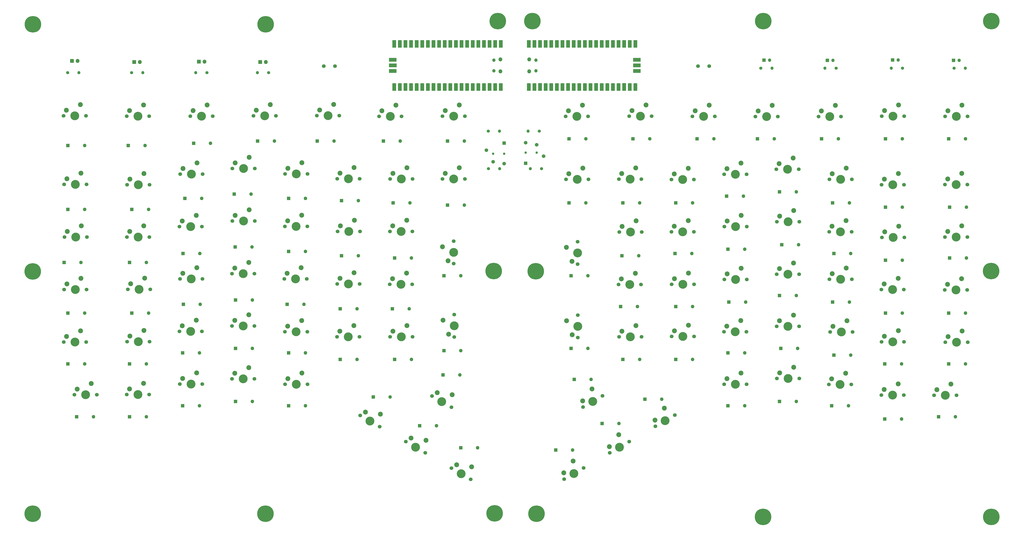
<source format=gbr>
%TF.GenerationSoftware,KiCad,Pcbnew,6.0.10-86aedd382b~118~ubuntu22.04.1*%
%TF.CreationDate,2023-01-15T06:45:34+01:00*%
%TF.ProjectId,Europe-ergo,4575726f-7065-42d6-9572-676f2e6b6963,rev?*%
%TF.SameCoordinates,Original*%
%TF.FileFunction,Soldermask,Bot*%
%TF.FilePolarity,Negative*%
%FSLAX46Y46*%
G04 Gerber Fmt 4.6, Leading zero omitted, Abs format (unit mm)*
G04 Created by KiCad (PCBNEW 6.0.10-86aedd382b~118~ubuntu22.04.1) date 2023-01-15 06:45:34*
%MOMM*%
%LPD*%
G01*
G04 APERTURE LIST*
%ADD10R,1.600000X1.600000*%
%ADD11O,1.600000X1.600000*%
%ADD12C,7.500000*%
%ADD13C,1.700000*%
%ADD14C,4.000000*%
%ADD15C,2.200000*%
%ADD16R,1.500000X1.500000*%
%ADD17O,1.500000X1.500000*%
%ADD18C,1.400000*%
%ADD19O,1.400000X1.400000*%
%ADD20R,1.800000X1.800000*%
%ADD21O,1.800000X1.800000*%
%ADD22C,1.100000*%
%ADD23R,1.650000X1.650000*%
%ADD24C,1.650000*%
%ADD25O,1.700000X1.700000*%
%ADD26R,1.700000X3.500000*%
%ADD27R,1.700000X1.700000*%
%ADD28R,3.500000X1.700000*%
G04 APERTURE END LIST*
D10*
%TO.C,D23*%
X431000000Y-181000000D03*
D11*
X438620000Y-181000000D03*
%TD*%
D10*
%TO.C,D91*%
X136000000Y-212000000D03*
D11*
X143620000Y-212000000D03*
%TD*%
D10*
%TO.C,D61*%
X267380000Y-216000000D03*
D11*
X275000000Y-216000000D03*
%TD*%
D12*
%TO.C,H15*%
X302750000Y-32600000D03*
%TD*%
D10*
%TO.C,D90*%
X165000000Y-88000000D03*
D11*
X172620000Y-88000000D03*
%TD*%
D10*
%TO.C,D79*%
X183380000Y-111000000D03*
D11*
X191000000Y-111000000D03*
%TD*%
D13*
%TO.C,SW43*%
X338900000Y-142780000D03*
D14*
X338900000Y-137700000D03*
D13*
X338900000Y-132620000D03*
D15*
X333820000Y-135160000D03*
X336360000Y-141510000D03*
%TD*%
D14*
%TO.C,SW89*%
X140000000Y-177900000D03*
D13*
X145080000Y-177900000D03*
X134920000Y-177900000D03*
D15*
X142540000Y-172820000D03*
X136190000Y-175360000D03*
%TD*%
D14*
%TO.C,SW3*%
X510380000Y-130540000D03*
D13*
X505300000Y-130540000D03*
X515460000Y-130540000D03*
D15*
X512920000Y-125460000D03*
X506570000Y-128000000D03*
%TD*%
D10*
%TO.C,D44*%
X350000000Y-215000000D03*
D11*
X357620000Y-215000000D03*
%TD*%
D10*
%TO.C,D47*%
X329000000Y-227000000D03*
D11*
X336620000Y-227000000D03*
%TD*%
D12*
%TO.C,H3*%
X526300000Y-32600000D03*
%TD*%
D16*
%TO.C,D51*%
X509180000Y-50440000D03*
D17*
X511720000Y-50440000D03*
%TD*%
D13*
%TO.C,SW21*%
X439360000Y-123540000D03*
D14*
X434280000Y-123540000D03*
D13*
X429200000Y-123540000D03*
D15*
X436820000Y-118460000D03*
X430470000Y-121000000D03*
%TD*%
D13*
%TO.C,SW28*%
X415360000Y-173440000D03*
D14*
X410280000Y-173440000D03*
D13*
X405200000Y-173440000D03*
D15*
X412820000Y-168360000D03*
X406470000Y-170900000D03*
%TD*%
D10*
%TO.C,D26*%
X407000000Y-136000000D03*
D11*
X414620000Y-136000000D03*
%TD*%
D10*
%TO.C,D95*%
X136000000Y-188000000D03*
D11*
X143620000Y-188000000D03*
%TD*%
D13*
%TO.C,SW80*%
X158720000Y-197100000D03*
X168880000Y-197100000D03*
D14*
X163800000Y-197100000D03*
D15*
X166340000Y-192020000D03*
X159990000Y-194560000D03*
%TD*%
D10*
%TO.C,D43*%
X336000000Y-148000000D03*
D11*
X343620000Y-148000000D03*
%TD*%
D13*
%TO.C,SW5*%
X505200000Y-154440000D03*
X515360000Y-154440000D03*
D14*
X510280000Y-154440000D03*
D15*
X512820000Y-149360000D03*
X506470000Y-151900000D03*
%TD*%
D18*
%TO.C,R10*%
X136920000Y-56000000D03*
D19*
X142000000Y-56000000D03*
%TD*%
D14*
%TO.C,SW9*%
X481880000Y-130640000D03*
D13*
X486960000Y-130640000D03*
X476800000Y-130640000D03*
D15*
X484420000Y-125560000D03*
X478070000Y-128100000D03*
%TD*%
D12*
%TO.C,H11*%
X92100000Y-255900000D03*
%TD*%
D13*
%TO.C,SW35*%
X382919405Y-211220009D03*
X374120586Y-216300009D03*
D14*
X378519995Y-213760009D03*
D15*
X378179700Y-208090600D03*
X373950439Y-213465305D03*
%TD*%
D14*
%TO.C,SW34*%
X386580000Y-175540000D03*
D13*
X381500000Y-175540000D03*
X391660000Y-175540000D03*
D15*
X389120000Y-170460000D03*
X382770000Y-173000000D03*
%TD*%
D12*
%TO.C,H9*%
X92200000Y-34100000D03*
%TD*%
D18*
%TO.C,R11*%
X298460000Y-82500000D03*
D19*
X303540000Y-82500000D03*
%TD*%
D14*
%TO.C,SW53*%
X282820000Y-137460000D03*
D13*
X282820000Y-132380000D03*
X282820000Y-142540000D03*
D15*
X277740000Y-134920000D03*
X280280000Y-141270000D03*
%TD*%
D10*
%TO.C,D93*%
X136000000Y-142000000D03*
D11*
X143620000Y-142000000D03*
%TD*%
D13*
%TO.C,SW11*%
X476500000Y-154340000D03*
D14*
X481580000Y-154340000D03*
D13*
X486660000Y-154340000D03*
D15*
X484120000Y-149260000D03*
X477770000Y-151800000D03*
%TD*%
D18*
%TO.C,R8*%
X171000000Y-56000000D03*
D19*
X165920000Y-56000000D03*
%TD*%
D10*
%TO.C,D88*%
X160190000Y-138000000D03*
D11*
X167810000Y-138000000D03*
%TD*%
D14*
%TO.C,SW7*%
X481780000Y-75740000D03*
D13*
X476700000Y-75740000D03*
X486860000Y-75740000D03*
D15*
X484320000Y-70660000D03*
X477970000Y-73200000D03*
%TD*%
D13*
%TO.C,SW58*%
X264080000Y-128000000D03*
X253920000Y-128000000D03*
D14*
X259000000Y-128000000D03*
D15*
X261540000Y-122920000D03*
X255190000Y-125460000D03*
%TD*%
D13*
%TO.C,SW76*%
X182520000Y-123200000D03*
D14*
X187600000Y-123200000D03*
D13*
X192680000Y-123200000D03*
D15*
X190140000Y-118120000D03*
X183790000Y-120660000D03*
%TD*%
D12*
%TO.C,H8*%
X422950000Y-257350000D03*
%TD*%
D10*
%TO.C,D35*%
X383380000Y-186000000D03*
D11*
X391000000Y-186000000D03*
%TD*%
D10*
%TO.C,D83*%
X184000000Y-205000000D03*
D11*
X191620000Y-205000000D03*
%TD*%
D10*
%TO.C,D66*%
X280000000Y-87000000D03*
D11*
X287620000Y-87000000D03*
%TD*%
D14*
%TO.C,SW20*%
X433980000Y-99740000D03*
D13*
X428900000Y-99740000D03*
X439060000Y-99740000D03*
D15*
X436520000Y-94660000D03*
X430170000Y-97200000D03*
%TD*%
D10*
%TO.C,D81*%
X184000000Y-159000000D03*
D11*
X191620000Y-159000000D03*
%TD*%
D13*
%TO.C,SW29*%
X415560000Y-149740000D03*
D14*
X410480000Y-149740000D03*
D13*
X405400000Y-149740000D03*
D15*
X413020000Y-144660000D03*
X406670000Y-147200000D03*
%TD*%
D14*
%TO.C,SW17*%
X458080000Y-149640000D03*
D13*
X463160000Y-149640000D03*
X453000000Y-149640000D03*
D15*
X460620000Y-144560000D03*
X454270000Y-147100000D03*
%TD*%
D10*
%TO.C,D86*%
X160000000Y-207000000D03*
D11*
X167620000Y-207000000D03*
%TD*%
D13*
%TO.C,SW74*%
X192580000Y-194800000D03*
X182420000Y-194800000D03*
D14*
X187500000Y-194800000D03*
D15*
X190040000Y-189720000D03*
X183690000Y-192260000D03*
%TD*%
D12*
%TO.C,H1*%
X526300000Y-257350000D03*
%TD*%
D13*
%TO.C,SW66*%
X259180000Y-75800000D03*
D14*
X254100000Y-75800000D03*
D13*
X249020000Y-75800000D03*
D15*
X256640000Y-70720000D03*
X250290000Y-73260000D03*
%TD*%
D10*
%TO.C,D40*%
X359000000Y-139000000D03*
D11*
X366620000Y-139000000D03*
%TD*%
D13*
%TO.C,SW85*%
X135220000Y-154200000D03*
D14*
X140300000Y-154200000D03*
D13*
X145380000Y-154200000D03*
D15*
X142840000Y-149120000D03*
X136490000Y-151660000D03*
%TD*%
D10*
%TO.C,D62*%
X256000000Y-140000000D03*
D11*
X263620000Y-140000000D03*
%TD*%
D14*
%TO.C,SW15*%
X457980000Y-128140000D03*
D13*
X452900000Y-128140000D03*
X463060000Y-128140000D03*
D15*
X460520000Y-123060000D03*
X454170000Y-125600000D03*
%TD*%
D10*
%TO.C,D92*%
X137000000Y-118000000D03*
D11*
X144620000Y-118000000D03*
%TD*%
D10*
%TO.C,D82*%
X184000000Y-181000000D03*
D11*
X191620000Y-181000000D03*
%TD*%
D18*
%TO.C,R1*%
X421920000Y-54000000D03*
D19*
X427000000Y-54000000D03*
%TD*%
D13*
%TO.C,SW6*%
X510560000Y-202240000D03*
D14*
X505480000Y-202240000D03*
D13*
X500400000Y-202240000D03*
D15*
X508020000Y-197160000D03*
X501670000Y-199700000D03*
%TD*%
D10*
%TO.C,D56*%
X286000000Y-226000000D03*
D11*
X293620000Y-226000000D03*
%TD*%
D10*
%TO.C,D73*%
X208000000Y-113000000D03*
D11*
X215620000Y-113000000D03*
%TD*%
D14*
%TO.C,SW27*%
X410480000Y-125740000D03*
D13*
X405400000Y-125740000D03*
X415560000Y-125740000D03*
D15*
X413020000Y-120660000D03*
X406670000Y-123200000D03*
%TD*%
D10*
%TO.C,D42*%
X335000000Y-115000000D03*
D11*
X342620000Y-115000000D03*
%TD*%
D13*
%TO.C,SW88*%
X144980000Y-130500000D03*
D14*
X139900000Y-130500000D03*
D13*
X134820000Y-130500000D03*
D15*
X142440000Y-125420000D03*
X136090000Y-127960000D03*
%TD*%
D14*
%TO.C,SW62*%
X235100000Y-104100000D03*
D13*
X240180000Y-104100000D03*
X230020000Y-104100000D03*
D15*
X237640000Y-99020000D03*
X231290000Y-101560000D03*
%TD*%
D13*
%TO.C,SW87*%
X134920000Y-106800000D03*
X145080000Y-106800000D03*
D14*
X140000000Y-106800000D03*
D15*
X142540000Y-101720000D03*
X136190000Y-104260000D03*
%TD*%
D10*
%TO.C,D98*%
X108000000Y-165000000D03*
D11*
X115620000Y-165000000D03*
%TD*%
D13*
%TO.C,SW4*%
X505500000Y-178140000D03*
X515660000Y-178140000D03*
D14*
X510580000Y-178140000D03*
D15*
X513120000Y-173060000D03*
X506770000Y-175600000D03*
%TD*%
D14*
%TO.C,SW93*%
X111400000Y-106600000D03*
D13*
X106320000Y-106600000D03*
X116480000Y-106600000D03*
D15*
X113940000Y-101520000D03*
X107590000Y-104060000D03*
%TD*%
D10*
%TO.C,D10*%
X478380000Y-165000000D03*
D11*
X486000000Y-165000000D03*
%TD*%
D14*
%TO.C,SW90*%
X139800000Y-75700000D03*
D13*
X134720000Y-75700000D03*
X144880000Y-75700000D03*
D15*
X142340000Y-70620000D03*
X135990000Y-73160000D03*
%TD*%
D10*
%TO.C,D70*%
X231380000Y-163000000D03*
D11*
X239000000Y-163000000D03*
%TD*%
D10*
%TO.C,D39*%
X359380000Y-186000000D03*
D11*
X367000000Y-186000000D03*
%TD*%
D13*
%TO.C,SW39*%
X357800000Y-128240000D03*
X367960000Y-128240000D03*
D14*
X362880000Y-128240000D03*
D15*
X365420000Y-123160000D03*
X359070000Y-125700000D03*
%TD*%
D10*
%TO.C,D69*%
X232000000Y-139000000D03*
D11*
X239620000Y-139000000D03*
%TD*%
D10*
%TO.C,D100*%
X108000000Y-118000000D03*
D11*
X115620000Y-118000000D03*
%TD*%
D10*
%TO.C,D99*%
X108000000Y-188000000D03*
D11*
X115620000Y-188000000D03*
%TD*%
D18*
%TO.C,R4*%
X486080000Y-54000000D03*
D19*
X481000000Y-54000000D03*
%TD*%
D10*
%TO.C,D80*%
X183810000Y-135000000D03*
D11*
X191430000Y-135000000D03*
%TD*%
D13*
%TO.C,SW31*%
X362300000Y-75740000D03*
X372460000Y-75740000D03*
D14*
X367380000Y-75740000D03*
D15*
X369920000Y-70660000D03*
X363570000Y-73200000D03*
%TD*%
D10*
%TO.C,D2*%
X507380000Y-117000000D03*
D11*
X515000000Y-117000000D03*
%TD*%
D13*
%TO.C,SW81*%
X169080000Y-102000000D03*
X158920000Y-102000000D03*
D14*
X164000000Y-102000000D03*
D15*
X166540000Y-96920000D03*
X160190000Y-99460000D03*
%TD*%
D12*
%TO.C,H5*%
X318450000Y-32650000D03*
%TD*%
D10*
%TO.C,D41*%
X358380000Y-162000000D03*
D11*
X366000000Y-162000000D03*
%TD*%
D10*
%TO.C,D34*%
X383380000Y-162000000D03*
D11*
X391000000Y-162000000D03*
%TD*%
D10*
%TO.C,D24*%
X430380000Y-205000000D03*
D11*
X438000000Y-205000000D03*
%TD*%
D14*
%TO.C,SW54*%
X283040000Y-170720000D03*
D13*
X283040000Y-165640000D03*
X283040000Y-175800000D03*
D15*
X277960000Y-168180000D03*
X280500000Y-174530000D03*
%TD*%
D10*
%TO.C,D58*%
X278380000Y-182000000D03*
D11*
X286000000Y-182000000D03*
%TD*%
D10*
%TO.C,D16*%
X455000000Y-184000000D03*
D11*
X462620000Y-184000000D03*
%TD*%
D13*
%TO.C,SW19*%
X429600000Y-75860000D03*
X419440000Y-75860000D03*
D14*
X424520000Y-75860000D03*
D15*
X427060000Y-70780000D03*
X420710000Y-73320000D03*
%TD*%
D10*
%TO.C,D27*%
X406380000Y-112000000D03*
D11*
X414000000Y-112000000D03*
%TD*%
D18*
%TO.C,R12*%
X107920000Y-56000000D03*
D19*
X113000000Y-56000000D03*
%TD*%
D13*
%TO.C,SW47*%
X332820586Y-240200009D03*
D14*
X337219995Y-237660009D03*
D13*
X341619405Y-235120009D03*
D15*
X336879700Y-231990600D03*
X332650439Y-237365305D03*
%TD*%
D16*
%TO.C,D49*%
X452064700Y-50440000D03*
D17*
X454604700Y-50440000D03*
%TD*%
D14*
%TO.C,SW18*%
X457780000Y-197340000D03*
D13*
X452700000Y-197340000D03*
X462860000Y-197340000D03*
D15*
X460320000Y-192260000D03*
X453970000Y-194800000D03*
%TD*%
D10*
%TO.C,D14*%
X454380000Y-115000000D03*
D11*
X462000000Y-115000000D03*
%TD*%
D13*
%TO.C,SW96*%
X116280000Y-75600000D03*
D14*
X111200000Y-75600000D03*
D13*
X106120000Y-75600000D03*
D15*
X113740000Y-70520000D03*
X107390000Y-73060000D03*
%TD*%
D12*
%TO.C,H4*%
X423000000Y-32650000D03*
%TD*%
D14*
%TO.C,SW67*%
X211200000Y-149500000D03*
D13*
X206120000Y-149500000D03*
X216280000Y-149500000D03*
D15*
X213740000Y-144420000D03*
X207390000Y-146960000D03*
%TD*%
D13*
%TO.C,SW41*%
X357500000Y-152040000D03*
D14*
X362580000Y-152040000D03*
D13*
X367660000Y-152040000D03*
D15*
X365120000Y-146960000D03*
X358770000Y-149500000D03*
%TD*%
D10*
%TO.C,D4*%
X507000000Y-165000000D03*
D11*
X514620000Y-165000000D03*
%TD*%
D13*
%TO.C,SW46*%
X341420586Y-207569409D03*
X350219405Y-202489409D03*
D14*
X345819995Y-205029409D03*
D15*
X345479700Y-199360000D03*
X341250439Y-204734705D03*
%TD*%
D14*
%TO.C,SW16*%
X458380000Y-173540000D03*
D13*
X463460000Y-173540000D03*
X453300000Y-173540000D03*
D15*
X460920000Y-168460000D03*
X454570000Y-171000000D03*
%TD*%
D10*
%TO.C,D63*%
X255000000Y-163000000D03*
D11*
X262620000Y-163000000D03*
%TD*%
D10*
%TO.C,D33*%
X383000000Y-138000000D03*
D11*
X390620000Y-138000000D03*
%TD*%
D13*
%TO.C,SW22*%
X429060000Y-170960000D03*
X439220000Y-170960000D03*
D14*
X434140000Y-170960000D03*
D15*
X436680000Y-165880000D03*
X430330000Y-168420000D03*
%TD*%
D14*
%TO.C,SW26*%
X410380000Y-102040000D03*
D13*
X405300000Y-102040000D03*
X415460000Y-102040000D03*
D15*
X412920000Y-96960000D03*
X406570000Y-99500000D03*
%TD*%
D10*
%TO.C,D25*%
X393000000Y-86000000D03*
D11*
X400620000Y-86000000D03*
%TD*%
D20*
%TO.C,D54*%
X138100000Y-51200000D03*
D21*
X140640000Y-51200000D03*
%TD*%
D13*
%TO.C,SW12*%
X476500000Y-202140000D03*
D14*
X481580000Y-202140000D03*
D13*
X486660000Y-202140000D03*
D15*
X484120000Y-197060000D03*
X477770000Y-199600000D03*
%TD*%
D13*
%TO.C,SW84*%
X163520000Y-75700000D03*
X173680000Y-75700000D03*
D14*
X168600000Y-75700000D03*
D15*
X171140000Y-70620000D03*
X164790000Y-73160000D03*
%TD*%
D10*
%TO.C,D5*%
X507000000Y-188000000D03*
D11*
X514620000Y-188000000D03*
%TD*%
D10*
%TO.C,D78*%
X221000000Y-87000000D03*
D11*
X228620000Y-87000000D03*
%TD*%
D10*
%TO.C,D96*%
X135380000Y-89000000D03*
D11*
X143000000Y-89000000D03*
%TD*%
D13*
%TO.C,SW60*%
X277720000Y-75700000D03*
D14*
X282800000Y-75700000D03*
D13*
X287880000Y-75700000D03*
D15*
X285340000Y-70620000D03*
X278990000Y-73160000D03*
%TD*%
D13*
%TO.C,SW56*%
X263980000Y-151900000D03*
D14*
X258900000Y-151900000D03*
D13*
X253820000Y-151900000D03*
D15*
X261440000Y-146820000D03*
X255090000Y-149360000D03*
%TD*%
D18*
%TO.C,R6*%
X509460000Y-54000000D03*
D19*
X514540000Y-54000000D03*
%TD*%
D10*
%TO.C,D65*%
X256000000Y-186000000D03*
D11*
X263620000Y-186000000D03*
%TD*%
D10*
%TO.C,D77*%
X208000000Y-137000000D03*
D11*
X215620000Y-137000000D03*
%TD*%
D13*
%TO.C,SW36*%
X381500000Y-151940000D03*
D14*
X386580000Y-151940000D03*
D13*
X391660000Y-151940000D03*
D15*
X389120000Y-146860000D03*
X382770000Y-149400000D03*
%TD*%
D18*
%TO.C,R3*%
X322620000Y-99500000D03*
D19*
X317540000Y-99500000D03*
%TD*%
D12*
%TO.C,H16*%
X301300000Y-255700000D03*
%TD*%
%TO.C,H13*%
X300900000Y-145900000D03*
%TD*%
D10*
%TO.C,D3*%
X507380000Y-140000000D03*
D11*
X515000000Y-140000000D03*
%TD*%
D10*
%TO.C,D72*%
X251000000Y-87000000D03*
D11*
X258620000Y-87000000D03*
%TD*%
D12*
%TO.C,H12*%
X92100000Y-146100000D03*
%TD*%
D10*
%TO.C,D18*%
X454000000Y-207000000D03*
D11*
X461620000Y-207000000D03*
%TD*%
D10*
%TO.C,D28*%
X407380000Y-160000000D03*
D11*
X415000000Y-160000000D03*
%TD*%
D12*
%TO.C,H2*%
X526250000Y-145950000D03*
%TD*%
D10*
%TO.C,D71*%
X231380000Y-186000000D03*
D11*
X239000000Y-186000000D03*
%TD*%
D13*
%TO.C,SW1*%
X515560000Y-75840000D03*
D14*
X510480000Y-75840000D03*
D13*
X505400000Y-75840000D03*
D15*
X513020000Y-70760000D03*
X506670000Y-73300000D03*
%TD*%
D10*
%TO.C,D8*%
X478380000Y-117000000D03*
D11*
X486000000Y-117000000D03*
%TD*%
D14*
%TO.C,SW73*%
X187500000Y-147100000D03*
D13*
X192580000Y-147100000D03*
X182420000Y-147100000D03*
D15*
X190040000Y-142020000D03*
X183690000Y-144560000D03*
%TD*%
D10*
%TO.C,D1*%
X507000000Y-86000000D03*
D11*
X514620000Y-86000000D03*
%TD*%
D10*
%TO.C,D22*%
X430380000Y-157000000D03*
D11*
X438000000Y-157000000D03*
%TD*%
D10*
%TO.C,D46*%
X337380000Y-195000000D03*
D11*
X345000000Y-195000000D03*
%TD*%
D16*
%TO.C,D48*%
X423364700Y-50340000D03*
D17*
X425904700Y-50340000D03*
%TD*%
D13*
%TO.C,SW51*%
X281739405Y-207660009D03*
D14*
X277339995Y-205120009D03*
D13*
X272940586Y-202580009D03*
D15*
X282079700Y-201990600D03*
X275310439Y-201015305D03*
%TD*%
D14*
%TO.C,SW71*%
X211400000Y-173400000D03*
D13*
X206320000Y-173400000D03*
X216480000Y-173400000D03*
D15*
X213940000Y-168320000D03*
X207590000Y-170860000D03*
%TD*%
D13*
%TO.C,SW91*%
X116480000Y-154300000D03*
X106320000Y-154300000D03*
D14*
X111400000Y-154300000D03*
D15*
X113940000Y-149220000D03*
X107590000Y-151760000D03*
%TD*%
D14*
%TO.C,SW69*%
X211500000Y-101900000D03*
D13*
X206420000Y-101900000D03*
X216580000Y-101900000D03*
D15*
X214040000Y-96820000D03*
X207690000Y-99360000D03*
%TD*%
D13*
%TO.C,SW86*%
X134720000Y-201900000D03*
D14*
X139800000Y-201900000D03*
D13*
X144880000Y-201900000D03*
D15*
X142340000Y-196820000D03*
X135990000Y-199360000D03*
%TD*%
D12*
%TO.C,H7*%
X320300000Y-255900000D03*
%TD*%
D10*
%TO.C,D11*%
X478000000Y-188000000D03*
D11*
X485620000Y-188000000D03*
%TD*%
D10*
%TO.C,D89*%
X160000000Y-183000000D03*
D11*
X167620000Y-183000000D03*
%TD*%
D13*
%TO.C,SW32*%
X381400000Y-104440000D03*
D14*
X386480000Y-104440000D03*
D13*
X391560000Y-104440000D03*
D15*
X389020000Y-99360000D03*
X382670000Y-101900000D03*
%TD*%
D20*
%TO.C,D55*%
X109900000Y-50700000D03*
D21*
X112440000Y-50700000D03*
%TD*%
D18*
%TO.C,R2*%
X456000000Y-54000000D03*
D19*
X450920000Y-54000000D03*
%TD*%
D10*
%TO.C,D67*%
X246380000Y-203000000D03*
D11*
X254000000Y-203000000D03*
%TD*%
D18*
%TO.C,R7*%
X199000000Y-56000000D03*
D19*
X193920000Y-56000000D03*
%TD*%
D10*
%TO.C,D21*%
X431380000Y-134000000D03*
D11*
X439000000Y-134000000D03*
%TD*%
D18*
%TO.C,R9*%
X298540000Y-99500000D03*
D19*
X303620000Y-99500000D03*
%TD*%
D14*
%TO.C,SW2*%
X510380000Y-106740000D03*
D13*
X505300000Y-106740000D03*
X515460000Y-106740000D03*
D15*
X512920000Y-101660000D03*
X506570000Y-104200000D03*
%TD*%
D13*
%TO.C,SW10*%
X476600000Y-178040000D03*
X486760000Y-178040000D03*
D14*
X481680000Y-178040000D03*
D15*
X484220000Y-172960000D03*
X477870000Y-175500000D03*
%TD*%
D10*
%TO.C,D97*%
X112000000Y-212000000D03*
D11*
X119620000Y-212000000D03*
%TD*%
D13*
%TO.C,SW77*%
X182420000Y-170800000D03*
D14*
X187500000Y-170800000D03*
D13*
X192580000Y-170800000D03*
D15*
X190040000Y-165720000D03*
X183690000Y-168260000D03*
%TD*%
D13*
%TO.C,SW95*%
X116380000Y-178100000D03*
X106220000Y-178100000D03*
D14*
X111300000Y-178100000D03*
D15*
X113840000Y-173020000D03*
X107490000Y-175560000D03*
%TD*%
D18*
%TO.C,R5*%
X321540000Y-82500000D03*
D19*
X316460000Y-82500000D03*
%TD*%
D13*
%TO.C,SW45*%
X362319405Y-223220009D03*
D14*
X357919995Y-225760009D03*
D13*
X353520586Y-228300009D03*
D15*
X357579700Y-220090600D03*
X353350439Y-225465305D03*
%TD*%
D13*
%TO.C,SW30*%
X405300000Y-197240000D03*
X415460000Y-197240000D03*
D14*
X410380000Y-197240000D03*
D15*
X412920000Y-192160000D03*
X406570000Y-194700000D03*
%TD*%
D13*
%TO.C,SW55*%
X269939405Y-228260009D03*
X261140586Y-223180009D03*
D14*
X265539995Y-225720009D03*
D15*
X270279700Y-222590600D03*
X263510439Y-221615305D03*
%TD*%
D10*
%TO.C,D75*%
X208000000Y-183000000D03*
D11*
X215620000Y-183000000D03*
%TD*%
D14*
%TO.C,SW78*%
X197200000Y-75600000D03*
D13*
X202280000Y-75600000D03*
X192120000Y-75600000D03*
D15*
X199740000Y-70520000D03*
X193390000Y-73060000D03*
%TD*%
D13*
%TO.C,SW70*%
X206320000Y-125700000D03*
D14*
X211400000Y-125700000D03*
D13*
X216480000Y-125700000D03*
D15*
X213940000Y-120620000D03*
X207590000Y-123160000D03*
%TD*%
D13*
%TO.C,SW94*%
X116680000Y-130500000D03*
X106520000Y-130500000D03*
D14*
X111600000Y-130500000D03*
D15*
X114140000Y-125420000D03*
X107790000Y-127960000D03*
%TD*%
D13*
%TO.C,SW79*%
X168980000Y-149500000D03*
D14*
X163900000Y-149500000D03*
D13*
X158820000Y-149500000D03*
D15*
X166440000Y-144420000D03*
X160090000Y-146960000D03*
%TD*%
D13*
%TO.C,SW72*%
X230980000Y-75500000D03*
X220820000Y-75500000D03*
D14*
X225900000Y-75500000D03*
D15*
X228440000Y-70420000D03*
X222090000Y-72960000D03*
%TD*%
D10*
%TO.C,D19*%
X420380000Y-86000000D03*
D11*
X428000000Y-86000000D03*
%TD*%
D10*
%TO.C,D74*%
X207380000Y-161000000D03*
D11*
X215000000Y-161000000D03*
%TD*%
D13*
%TO.C,SW13*%
X448100000Y-75940000D03*
D14*
X453180000Y-75940000D03*
D13*
X458260000Y-75940000D03*
D15*
X455720000Y-70860000D03*
X449370000Y-73400000D03*
%TD*%
D10*
%TO.C,D36*%
X369380000Y-204000000D03*
D11*
X377000000Y-204000000D03*
%TD*%
D10*
%TO.C,D59*%
X278380000Y-148000000D03*
D11*
X286000000Y-148000000D03*
%TD*%
D12*
%TO.C,H14*%
X197500000Y-255900000D03*
%TD*%
D13*
%TO.C,SW8*%
X476600000Y-106840000D03*
D14*
X481680000Y-106840000D03*
D13*
X486760000Y-106840000D03*
D15*
X484220000Y-101760000D03*
X477870000Y-104300000D03*
%TD*%
D10*
%TO.C,D32*%
X383380000Y-115000000D03*
D11*
X391000000Y-115000000D03*
%TD*%
D12*
%TO.C,H6*%
X320000000Y-146000000D03*
%TD*%
D10*
%TO.C,D9*%
X478380000Y-141000000D03*
D11*
X486000000Y-141000000D03*
%TD*%
D13*
%TO.C,SW33*%
X381400000Y-128140000D03*
X391560000Y-128140000D03*
D14*
X386480000Y-128140000D03*
D15*
X389020000Y-123060000D03*
X382670000Y-125600000D03*
%TD*%
D10*
%TO.C,D101*%
X106380000Y-142000000D03*
D11*
X114000000Y-142000000D03*
%TD*%
D10*
%TO.C,D76*%
X208000000Y-207000000D03*
D11*
X215620000Y-207000000D03*
%TD*%
D10*
%TO.C,D84*%
X194000000Y-87000000D03*
D11*
X201620000Y-87000000D03*
%TD*%
D13*
%TO.C,SW68*%
X206420000Y-197200000D03*
X216580000Y-197200000D03*
D14*
X211500000Y-197200000D03*
D15*
X214040000Y-192120000D03*
X207690000Y-194660000D03*
%TD*%
D10*
%TO.C,D37*%
X335000000Y-86000000D03*
D11*
X342620000Y-86000000D03*
%TD*%
D10*
%TO.C,D38*%
X359380000Y-115000000D03*
D11*
X367000000Y-115000000D03*
%TD*%
D20*
%TO.C,D52*%
X195200000Y-51200000D03*
D21*
X197740000Y-51200000D03*
%TD*%
D13*
%TO.C,SW37*%
X343660000Y-75840000D03*
X333500000Y-75840000D03*
D14*
X338580000Y-75840000D03*
D15*
X341120000Y-70760000D03*
X334770000Y-73300000D03*
%TD*%
D10*
%TO.C,D60*%
X280000000Y-116000000D03*
D11*
X287620000Y-116000000D03*
%TD*%
D10*
%TO.C,D31*%
X364000000Y-86000000D03*
D11*
X371620000Y-86000000D03*
%TD*%
D14*
%TO.C,SW25*%
X395980000Y-75840000D03*
D13*
X390900000Y-75840000D03*
X401060000Y-75840000D03*
D15*
X398520000Y-70760000D03*
X392170000Y-73300000D03*
%TD*%
D10*
%TO.C,D85*%
X160380000Y-161000000D03*
D11*
X168000000Y-161000000D03*
%TD*%
D10*
%TO.C,D12*%
X478000000Y-213000000D03*
D11*
X485620000Y-213000000D03*
%TD*%
D13*
%TO.C,SW64*%
X229920000Y-175700000D03*
D14*
X235000000Y-175700000D03*
D13*
X240080000Y-175700000D03*
D15*
X237540000Y-170620000D03*
X231190000Y-173160000D03*
%TD*%
D13*
%TO.C,SW38*%
X357600000Y-104240000D03*
X367760000Y-104240000D03*
D14*
X362680000Y-104240000D03*
D15*
X365220000Y-99160000D03*
X358870000Y-101700000D03*
%TD*%
D13*
%TO.C,SW52*%
X287880000Y-104200000D03*
X277720000Y-104200000D03*
D14*
X282800000Y-104200000D03*
D15*
X285340000Y-99120000D03*
X278990000Y-101660000D03*
%TD*%
D10*
%TO.C,D17*%
X454380000Y-160000000D03*
D11*
X462000000Y-160000000D03*
%TD*%
D10*
%TO.C,D45*%
X336000000Y-181000000D03*
D11*
X343620000Y-181000000D03*
%TD*%
D13*
%TO.C,SW63*%
X230220000Y-128000000D03*
D14*
X235300000Y-128000000D03*
D13*
X240380000Y-128000000D03*
D15*
X237840000Y-122920000D03*
X231490000Y-125460000D03*
%TD*%
D13*
%TO.C,SW82*%
X158620000Y-125800000D03*
X168780000Y-125800000D03*
D14*
X163700000Y-125800000D03*
D15*
X166240000Y-120720000D03*
X159890000Y-123260000D03*
%TD*%
D14*
%TO.C,SW92*%
X116100000Y-202000000D03*
D13*
X121180000Y-202000000D03*
X111020000Y-202000000D03*
D15*
X118640000Y-196920000D03*
X112290000Y-199460000D03*
%TD*%
D12*
%TO.C,H10*%
X197600000Y-34100000D03*
%TD*%
D10*
%TO.C,D87*%
X161000000Y-113000000D03*
D11*
X168620000Y-113000000D03*
%TD*%
D10*
%TO.C,D94*%
X137000000Y-165000000D03*
D11*
X144620000Y-165000000D03*
%TD*%
D14*
%TO.C,SW75*%
X187600000Y-99400000D03*
D13*
X192680000Y-99400000D03*
X182520000Y-99400000D03*
D15*
X190140000Y-94320000D03*
X183790000Y-96860000D03*
%TD*%
D10*
%TO.C,D30*%
X407000000Y-207000000D03*
D11*
X414620000Y-207000000D03*
%TD*%
D14*
%TO.C,SW50*%
X286139995Y-237820009D03*
D13*
X281740586Y-235280009D03*
X290539405Y-240360009D03*
D15*
X290879700Y-234690600D03*
X284110439Y-233715305D03*
%TD*%
D10*
%TO.C,D6*%
X502380000Y-212000000D03*
D11*
X510000000Y-212000000D03*
%TD*%
D13*
%TO.C,SW65*%
X240440586Y-211380009D03*
D14*
X244839995Y-213920009D03*
D13*
X249239405Y-216460009D03*
D15*
X249579700Y-210790600D03*
X242810439Y-209815305D03*
%TD*%
D13*
%TO.C,SW57*%
X264180000Y-104200000D03*
X254020000Y-104200000D03*
D14*
X259100000Y-104200000D03*
D15*
X261640000Y-99120000D03*
X255290000Y-101660000D03*
%TD*%
D14*
%TO.C,SW44*%
X339000000Y-171000000D03*
D13*
X339000000Y-176080000D03*
X339000000Y-165920000D03*
D15*
X333920000Y-168460000D03*
X336460000Y-174810000D03*
%TD*%
D13*
%TO.C,SW61*%
X240180000Y-151800000D03*
X230020000Y-151800000D03*
D14*
X235100000Y-151800000D03*
D15*
X237640000Y-146720000D03*
X231290000Y-149260000D03*
%TD*%
D13*
%TO.C,SW59*%
X264180000Y-175700000D03*
X254020000Y-175700000D03*
D14*
X259100000Y-175700000D03*
D15*
X261640000Y-170620000D03*
X255290000Y-173160000D03*
%TD*%
D10*
%TO.C,D15*%
X455000000Y-138000000D03*
D11*
X462620000Y-138000000D03*
%TD*%
D10*
%TO.C,D13*%
X449380000Y-86000000D03*
D11*
X457000000Y-86000000D03*
%TD*%
D14*
%TO.C,SW40*%
X362780000Y-175740000D03*
D13*
X367860000Y-175740000D03*
X357700000Y-175740000D03*
D15*
X365320000Y-170660000D03*
X358970000Y-173200000D03*
%TD*%
D10*
%TO.C,D20*%
X430380000Y-110000000D03*
D11*
X438000000Y-110000000D03*
%TD*%
D10*
%TO.C,D64*%
X255380000Y-115000000D03*
D11*
X263000000Y-115000000D03*
%TD*%
D13*
%TO.C,SW24*%
X429200000Y-194640000D03*
X439360000Y-194640000D03*
D14*
X434280000Y-194640000D03*
D15*
X436820000Y-189560000D03*
X430470000Y-192100000D03*
%TD*%
D10*
%TO.C,D102*%
X108000000Y-89000000D03*
D11*
X115620000Y-89000000D03*
%TD*%
D10*
%TO.C,D68*%
X232000000Y-114000000D03*
D11*
X239620000Y-114000000D03*
%TD*%
D13*
%TO.C,SW83*%
X168780000Y-173300000D03*
X158620000Y-173300000D03*
D14*
X163700000Y-173300000D03*
D15*
X166240000Y-168220000D03*
X159890000Y-170760000D03*
%TD*%
D10*
%TO.C,D7*%
X478380000Y-86000000D03*
D11*
X486000000Y-86000000D03*
%TD*%
D10*
%TO.C,D57*%
X278000000Y-193000000D03*
D11*
X285620000Y-193000000D03*
%TD*%
D20*
%TO.C,D53*%
X167400000Y-51000000D03*
D21*
X169940000Y-51000000D03*
%TD*%
D13*
%TO.C,SW14*%
X463160000Y-104340000D03*
X453000000Y-104340000D03*
D14*
X458080000Y-104340000D03*
D15*
X460620000Y-99260000D03*
X454270000Y-101800000D03*
%TD*%
D16*
%TO.C,D50*%
X481564700Y-50240000D03*
D17*
X484104700Y-50240000D03*
%TD*%
D10*
%TO.C,D29*%
X407000000Y-183000000D03*
D11*
X414620000Y-183000000D03*
%TD*%
D13*
%TO.C,SW23*%
X429100000Y-147340000D03*
D14*
X434180000Y-147340000D03*
D13*
X439260000Y-147340000D03*
D15*
X436720000Y-142260000D03*
X430370000Y-144800000D03*
%TD*%
D14*
%TO.C,SW42*%
X338780000Y-104340000D03*
D13*
X333700000Y-104340000D03*
X343860000Y-104340000D03*
D15*
X341320000Y-99260000D03*
X334970000Y-101800000D03*
%TD*%
D13*
%TO.C,SW48*%
X393460000Y-53000000D03*
X398540000Y-53000000D03*
%TD*%
D22*
%TO.C,J1*%
X315425000Y-92250000D03*
X320425000Y-92250000D03*
D23*
X315425000Y-97050000D03*
D24*
X320425000Y-88650000D03*
X323525000Y-93850000D03*
X315425000Y-87750000D03*
%TD*%
D17*
%TO.C,U2*%
X300970000Y-50300000D03*
D21*
X304000000Y-50000000D03*
X304000000Y-55450000D03*
D17*
X300970000Y-55150000D03*
D25*
X304130000Y-61615000D03*
D26*
X304130000Y-62515000D03*
X301590000Y-62515000D03*
D25*
X301590000Y-61615000D03*
D26*
X299050000Y-62515000D03*
D27*
X299050000Y-61615000D03*
D25*
X296510000Y-61615000D03*
D26*
X296510000Y-62515000D03*
D25*
X293970000Y-61615000D03*
D26*
X293970000Y-62515000D03*
D25*
X291430000Y-61615000D03*
D26*
X291430000Y-62515000D03*
D25*
X288890000Y-61615000D03*
D26*
X288890000Y-62515000D03*
D27*
X286350000Y-61615000D03*
D26*
X286350000Y-62515000D03*
X283810000Y-62515000D03*
D25*
X283810000Y-61615000D03*
X281270000Y-61615000D03*
D26*
X281270000Y-62515000D03*
X278730000Y-62515000D03*
D25*
X278730000Y-61615000D03*
D26*
X276190000Y-62515000D03*
D25*
X276190000Y-61615000D03*
D26*
X273650000Y-62515000D03*
D27*
X273650000Y-61615000D03*
D26*
X271110000Y-62515000D03*
D25*
X271110000Y-61615000D03*
D26*
X268570000Y-62515000D03*
D25*
X268570000Y-61615000D03*
D26*
X266030000Y-62515000D03*
D25*
X266030000Y-61615000D03*
D26*
X263490000Y-62515000D03*
D25*
X263490000Y-61615000D03*
D26*
X260950000Y-62515000D03*
D27*
X260950000Y-61615000D03*
D25*
X258410000Y-61615000D03*
D26*
X258410000Y-62515000D03*
D25*
X255870000Y-61615000D03*
D26*
X255870000Y-62515000D03*
X255870000Y-42935000D03*
D25*
X255870000Y-43835000D03*
D26*
X258410000Y-42935000D03*
D25*
X258410000Y-43835000D03*
D27*
X260950000Y-43835000D03*
D26*
X260950000Y-42935000D03*
X263490000Y-42935000D03*
D25*
X263490000Y-43835000D03*
D26*
X266030000Y-42935000D03*
D25*
X266030000Y-43835000D03*
X268570000Y-43835000D03*
D26*
X268570000Y-42935000D03*
D25*
X271110000Y-43835000D03*
D26*
X271110000Y-42935000D03*
X273650000Y-42935000D03*
D27*
X273650000Y-43835000D03*
D25*
X276190000Y-43835000D03*
D26*
X276190000Y-42935000D03*
D25*
X278730000Y-43835000D03*
D26*
X278730000Y-42935000D03*
X281270000Y-42935000D03*
D25*
X281270000Y-43835000D03*
X283810000Y-43835000D03*
D26*
X283810000Y-42935000D03*
D27*
X286350000Y-43835000D03*
D26*
X286350000Y-42935000D03*
X288890000Y-42935000D03*
D25*
X288890000Y-43835000D03*
D26*
X291430000Y-42935000D03*
D25*
X291430000Y-43835000D03*
D26*
X293970000Y-42935000D03*
D25*
X293970000Y-43835000D03*
X296510000Y-43835000D03*
D26*
X296510000Y-42935000D03*
D27*
X299050000Y-43835000D03*
D26*
X299050000Y-42935000D03*
X301590000Y-42935000D03*
D25*
X301590000Y-43835000D03*
X304130000Y-43835000D03*
D26*
X304130000Y-42935000D03*
D28*
X255200000Y-55265000D03*
D25*
X256100000Y-55265000D03*
D27*
X256100000Y-52725000D03*
D28*
X255200000Y-52725000D03*
X255200000Y-50185000D03*
D25*
X256100000Y-50185000D03*
%TD*%
D21*
%TO.C,U1*%
X317000000Y-55450000D03*
D17*
X320030000Y-55150000D03*
D21*
X317000000Y-50000000D03*
D17*
X320030000Y-50300000D03*
D26*
X316870000Y-42935000D03*
D25*
X316870000Y-43835000D03*
X319410000Y-43835000D03*
D26*
X319410000Y-42935000D03*
X321950000Y-42935000D03*
D27*
X321950000Y-43835000D03*
D25*
X324490000Y-43835000D03*
D26*
X324490000Y-42935000D03*
X327030000Y-42935000D03*
D25*
X327030000Y-43835000D03*
X329570000Y-43835000D03*
D26*
X329570000Y-42935000D03*
D25*
X332110000Y-43835000D03*
D26*
X332110000Y-42935000D03*
D27*
X334650000Y-43835000D03*
D26*
X334650000Y-42935000D03*
D25*
X337190000Y-43835000D03*
D26*
X337190000Y-42935000D03*
D25*
X339730000Y-43835000D03*
D26*
X339730000Y-42935000D03*
X342270000Y-42935000D03*
D25*
X342270000Y-43835000D03*
D26*
X344810000Y-42935000D03*
D25*
X344810000Y-43835000D03*
D26*
X347350000Y-42935000D03*
D27*
X347350000Y-43835000D03*
D25*
X349890000Y-43835000D03*
D26*
X349890000Y-42935000D03*
D25*
X352430000Y-43835000D03*
D26*
X352430000Y-42935000D03*
D25*
X354970000Y-43835000D03*
D26*
X354970000Y-42935000D03*
D25*
X357510000Y-43835000D03*
D26*
X357510000Y-42935000D03*
X360050000Y-42935000D03*
D27*
X360050000Y-43835000D03*
D25*
X362590000Y-43835000D03*
D26*
X362590000Y-42935000D03*
X365130000Y-42935000D03*
D25*
X365130000Y-43835000D03*
X365130000Y-61615000D03*
D26*
X365130000Y-62515000D03*
D25*
X362590000Y-61615000D03*
D26*
X362590000Y-62515000D03*
D27*
X360050000Y-61615000D03*
D26*
X360050000Y-62515000D03*
D25*
X357510000Y-61615000D03*
D26*
X357510000Y-62515000D03*
X354970000Y-62515000D03*
D25*
X354970000Y-61615000D03*
D26*
X352430000Y-62515000D03*
D25*
X352430000Y-61615000D03*
D26*
X349890000Y-62515000D03*
D25*
X349890000Y-61615000D03*
D26*
X347350000Y-62515000D03*
D27*
X347350000Y-61615000D03*
D26*
X344810000Y-62515000D03*
D25*
X344810000Y-61615000D03*
D26*
X342270000Y-62515000D03*
D25*
X342270000Y-61615000D03*
D26*
X339730000Y-62515000D03*
D25*
X339730000Y-61615000D03*
X337190000Y-61615000D03*
D26*
X337190000Y-62515000D03*
X334650000Y-62515000D03*
D27*
X334650000Y-61615000D03*
D26*
X332110000Y-62515000D03*
D25*
X332110000Y-61615000D03*
X329570000Y-61615000D03*
D26*
X329570000Y-62515000D03*
X327030000Y-62515000D03*
D25*
X327030000Y-61615000D03*
X324490000Y-61615000D03*
D26*
X324490000Y-62515000D03*
X321950000Y-62515000D03*
D27*
X321950000Y-61615000D03*
D26*
X319410000Y-62515000D03*
D25*
X319410000Y-61615000D03*
D26*
X316870000Y-62515000D03*
D25*
X316870000Y-61615000D03*
D28*
X365800000Y-50185000D03*
D25*
X364900000Y-50185000D03*
D28*
X365800000Y-52725000D03*
D27*
X364900000Y-52725000D03*
D28*
X365800000Y-55265000D03*
D25*
X364900000Y-55265000D03*
%TD*%
D13*
%TO.C,SW49*%
X229000000Y-53000000D03*
X223920000Y-53000000D03*
%TD*%
D22*
%TO.C,J2*%
X300675000Y-92750000D03*
X305675000Y-92750000D03*
D23*
X305675000Y-87950000D03*
D24*
X300675000Y-96350000D03*
X297575000Y-91150000D03*
X305675000Y-97250000D03*
%TD*%
M02*

</source>
